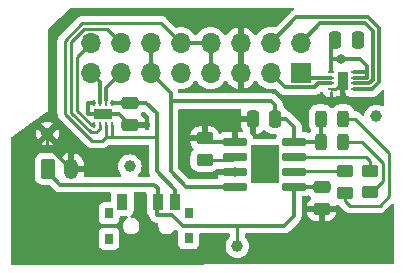
<source format=gbr>
%TF.GenerationSoftware,KiCad,Pcbnew,7.0.10-7.0.10~ubuntu22.04.1*%
%TF.CreationDate,2024-03-25T00:06:17+02:00*%
%TF.ProjectId,Power_Sub,506f7765-725f-4537-9562-2e6b69636164,rev?*%
%TF.SameCoordinates,Original*%
%TF.FileFunction,Copper,L1,Top*%
%TF.FilePolarity,Positive*%
%FSLAX46Y46*%
G04 Gerber Fmt 4.6, Leading zero omitted, Abs format (unit mm)*
G04 Created by KiCad (PCBNEW 7.0.10-7.0.10~ubuntu22.04.1) date 2024-03-25 00:06:17*
%MOMM*%
%LPD*%
G01*
G04 APERTURE LIST*
G04 Aperture macros list*
%AMRoundRect*
0 Rectangle with rounded corners*
0 $1 Rounding radius*
0 $2 $3 $4 $5 $6 $7 $8 $9 X,Y pos of 4 corners*
0 Add a 4 corners polygon primitive as box body*
4,1,4,$2,$3,$4,$5,$6,$7,$8,$9,$2,$3,0*
0 Add four circle primitives for the rounded corners*
1,1,$1+$1,$2,$3*
1,1,$1+$1,$4,$5*
1,1,$1+$1,$6,$7*
1,1,$1+$1,$8,$9*
0 Add four rect primitives between the rounded corners*
20,1,$1+$1,$2,$3,$4,$5,0*
20,1,$1+$1,$4,$5,$6,$7,0*
20,1,$1+$1,$6,$7,$8,$9,0*
20,1,$1+$1,$8,$9,$2,$3,0*%
G04 Aperture macros list end*
%TA.AperFunction,SMDPad,CuDef*%
%ADD10RoundRect,0.243750X0.243750X0.456250X-0.243750X0.456250X-0.243750X-0.456250X0.243750X-0.456250X0*%
%TD*%
%TA.AperFunction,SMDPad,CuDef*%
%ADD11RoundRect,0.062500X-0.062500X0.187500X-0.062500X-0.187500X0.062500X-0.187500X0.062500X0.187500X0*%
%TD*%
%TA.AperFunction,SMDPad,CuDef*%
%ADD12R,1.600000X0.900000*%
%TD*%
%TA.AperFunction,SMDPad,CuDef*%
%ADD13RoundRect,0.062500X-0.187500X-0.062500X0.187500X-0.062500X0.187500X0.062500X-0.187500X0.062500X0*%
%TD*%
%TA.AperFunction,SMDPad,CuDef*%
%ADD14R,0.900000X1.600000*%
%TD*%
%TA.AperFunction,SMDPad,CuDef*%
%ADD15RoundRect,0.250000X-0.475000X0.250000X-0.475000X-0.250000X0.475000X-0.250000X0.475000X0.250000X0*%
%TD*%
%TA.AperFunction,ComponentPad*%
%ADD16RoundRect,0.250000X-0.350000X-0.625000X0.350000X-0.625000X0.350000X0.625000X-0.350000X0.625000X0*%
%TD*%
%TA.AperFunction,ComponentPad*%
%ADD17O,1.200000X1.750000*%
%TD*%
%TA.AperFunction,SMDPad,CuDef*%
%ADD18R,0.900000X1.400000*%
%TD*%
%TA.AperFunction,SMDPad,CuDef*%
%ADD19R,0.750000X0.850000*%
%TD*%
%TA.AperFunction,SMDPad,CuDef*%
%ADD20RoundRect,0.042000X-0.943000X-0.258000X0.943000X-0.258000X0.943000X0.258000X-0.943000X0.258000X0*%
%TD*%
%TA.AperFunction,SMDPad,CuDef*%
%ADD21R,2.413000X3.302000*%
%TD*%
%TA.AperFunction,SMDPad,CuDef*%
%ADD22C,1.000000*%
%TD*%
%TA.AperFunction,SMDPad,CuDef*%
%ADD23RoundRect,0.250000X-0.250000X-0.475000X0.250000X-0.475000X0.250000X0.475000X-0.250000X0.475000X0*%
%TD*%
%TA.AperFunction,SMDPad,CuDef*%
%ADD24RoundRect,0.250000X0.450000X-0.262500X0.450000X0.262500X-0.450000X0.262500X-0.450000X-0.262500X0*%
%TD*%
%TA.AperFunction,SMDPad,CuDef*%
%ADD25RoundRect,0.250000X0.250000X0.475000X-0.250000X0.475000X-0.250000X-0.475000X0.250000X-0.475000X0*%
%TD*%
%TA.AperFunction,ComponentPad*%
%ADD26R,1.700000X1.700000*%
%TD*%
%TA.AperFunction,ComponentPad*%
%ADD27O,1.700000X1.700000*%
%TD*%
%TA.AperFunction,ViaPad*%
%ADD28C,0.800000*%
%TD*%
%TA.AperFunction,ViaPad*%
%ADD29C,0.600000*%
%TD*%
%TA.AperFunction,Conductor*%
%ADD30C,0.250000*%
%TD*%
%TA.AperFunction,Conductor*%
%ADD31C,0.350000*%
%TD*%
%TA.AperFunction,Conductor*%
%ADD32C,0.300000*%
%TD*%
G04 APERTURE END LIST*
D10*
%TO.P,D2,1,K*%
%TO.N,Net-(D2-K)*%
X96289100Y-45770800D03*
%TO.P,D2,2,A*%
%TO.N,+5V*%
X94414100Y-45770800D03*
%TD*%
D11*
%TO.P,U2,1,VM*%
%TO.N,VDC*%
X76700000Y-44450000D03*
%TO.P,U2,2,OUT1*%
%TO.N,/Motor1_A*%
X76200000Y-44450000D03*
%TO.P,U2,3,OUT2*%
%TO.N,/Motor1_B*%
X75700000Y-44450000D03*
%TO.P,U2,4,GND*%
%TO.N,GND*%
X75200000Y-44450000D03*
%TO.P,U2,5,IN2*%
%TO.N,/PWM4*%
X75200000Y-46350000D03*
%TO.P,U2,6,IN1*%
%TO.N,/PWM3*%
X75700000Y-46350000D03*
%TO.P,U2,7,~{SLEEP}*%
%TO.N,VDC*%
X76200000Y-46350000D03*
%TO.P,U2,8,VCC*%
X76700000Y-46350000D03*
D12*
%TO.P,U2,9,GND*%
%TO.N,GND*%
X75950000Y-45400000D03*
%TD*%
D13*
%TO.P,U1,1,VM*%
%TO.N,VDC*%
X95311000Y-41801400D03*
%TO.P,U1,2,OUT1*%
%TO.N,/Motor2_A*%
X95311000Y-42301400D03*
%TO.P,U1,3,OUT2*%
%TO.N,/Motor2_B*%
X95311000Y-42801400D03*
%TO.P,U1,4,GND*%
%TO.N,GND*%
X95311000Y-43301400D03*
%TO.P,U1,5,IN2*%
%TO.N,/PWM2*%
X97211000Y-43301400D03*
%TO.P,U1,6,IN1*%
%TO.N,/PWM1*%
X97211000Y-42801400D03*
%TO.P,U1,7,~{SLEEP}*%
%TO.N,VDC*%
X97211000Y-42301400D03*
%TO.P,U1,8,VCC*%
X97211000Y-41801400D03*
D14*
%TO.P,U1,9,GND*%
%TO.N,GND*%
X96261000Y-42551400D03*
%TD*%
D15*
%TO.P,C1,1*%
%TO.N,VDC*%
X78282800Y-44414400D03*
%TO.P,C1,2*%
%TO.N,GND*%
X78282800Y-46314400D03*
%TD*%
D16*
%TO.P,J2,1,Pin_1*%
%TO.N,/BATT*%
X71288400Y-50026400D03*
D17*
%TO.P,J2,2,Pin_2*%
%TO.N,GND*%
X73288400Y-50026400D03*
%TD*%
D18*
%TO.P,SW1,1,A*%
%TO.N,unconnected-(SW1A-A-Pad1)*%
X77607600Y-52824150D03*
%TO.P,SW1,2,B*%
%TO.N,/BATT*%
X80607600Y-52824150D03*
%TO.P,SW1,3,C*%
%TO.N,VDC*%
X82107600Y-52824150D03*
D19*
%TO.P,SW1,4*%
%TO.N,N/C*%
X76482600Y-53791150D03*
%TO.P,SW1,5*%
X76482600Y-55941150D03*
%TO.P,SW1,6*%
X83232600Y-53791150D03*
%TO.P,SW1,7*%
X83232600Y-55916150D03*
%TD*%
D20*
%TO.P,U3,1,TEMP*%
%TO.N,GND*%
X87184800Y-47726600D03*
%TO.P,U3,2,PROG*%
%TO.N,Net-(U3-PROG)*%
X87184800Y-48996600D03*
%TO.P,U3,3,GND*%
%TO.N,GND*%
X87184800Y-50266600D03*
%TO.P,U3,4,VCC*%
%TO.N,+5V*%
X87184800Y-51536600D03*
%TO.P,U3,5,BAT*%
%TO.N,/BATT*%
X92134800Y-51536600D03*
%TO.P,U3,6,~{STDBY}*%
%TO.N,Net-(U3-~{STDBY})*%
X92134800Y-50266600D03*
%TO.P,U3,7,~{CHRG}*%
%TO.N,Net-(U3-~{CHRG})*%
X92134800Y-48996600D03*
%TO.P,U3,8,CE*%
%TO.N,+5V*%
X92134800Y-47726600D03*
D21*
%TO.P,U3,9,EP*%
%TO.N,unconnected-(U3-EP-Pad9)*%
X89659800Y-49631600D03*
%TD*%
D22*
%TO.P,Motor1A,1,1*%
%TO.N,/Motor1_A*%
X78232000Y-49809400D03*
%TD*%
D23*
%TO.P,C2,1*%
%TO.N,VDC*%
X95631000Y-39141400D03*
%TO.P,C2,2*%
%TO.N,GND*%
X97531000Y-39141400D03*
%TD*%
D24*
%TO.P,R1,1*%
%TO.N,Net-(U3-PROG)*%
X84579800Y-49274100D03*
%TO.P,R1,2*%
%TO.N,GND*%
X84579800Y-47449100D03*
%TD*%
D25*
%TO.P,C4,1*%
%TO.N,+5V*%
X90561200Y-45821600D03*
%TO.P,C4,2*%
%TO.N,GND*%
X88661200Y-45821600D03*
%TD*%
D15*
%TO.P,C3,1*%
%TO.N,/BATT*%
X94488000Y-51526400D03*
%TO.P,C3,2*%
%TO.N,GND*%
X94488000Y-53426400D03*
%TD*%
D22*
%TO.P,Ground,1,1*%
%TO.N,GND*%
X71272400Y-47040800D03*
%TD*%
D24*
%TO.P,R3,1*%
%TO.N,Net-(D2-K)*%
X96469200Y-52068100D03*
%TO.P,R3,2*%
%TO.N,Net-(U3-~{STDBY})*%
X96469200Y-50243100D03*
%TD*%
D10*
%TO.P,D1,1,K*%
%TO.N,Net-(D1-K)*%
X96289100Y-47752000D03*
%TO.P,D1,2,A*%
%TO.N,+5V*%
X94414100Y-47752000D03*
%TD*%
D22*
%TO.P,VBat1,1,1*%
%TO.N,/BATT*%
X87350600Y-56565800D03*
%TD*%
D24*
%TO.P,R2,1*%
%TO.N,Net-(D1-K)*%
X98552000Y-52017300D03*
%TO.P,R2,2*%
%TO.N,Net-(U3-~{CHRG})*%
X98552000Y-50192300D03*
%TD*%
D22*
%TO.P,Motor2A,1,1*%
%TO.N,/Motor2_A*%
X99085400Y-45593000D03*
%TD*%
D26*
%TO.P,J1,1,Pin_1*%
%TO.N,/Motor2_A*%
X92710000Y-41910000D03*
D27*
%TO.P,J1,2,Pin_2*%
%TO.N,/PWM1*%
X92710000Y-39370000D03*
%TO.P,J1,3,Pin_3*%
%TO.N,/Motor2_B*%
X90170000Y-41910000D03*
%TO.P,J1,4,Pin_4*%
%TO.N,/PWM2*%
X90170000Y-39370000D03*
%TO.P,J1,5,Pin_5*%
%TO.N,GND*%
X87630000Y-41910000D03*
%TO.P,J1,6,Pin_6*%
X87630000Y-39370000D03*
%TO.P,J1,7,Pin_7*%
%TO.N,VDC*%
X85090000Y-41910000D03*
%TO.P,J1,8,Pin_8*%
X85090000Y-39370000D03*
%TO.P,J1,9,Pin_9*%
%TO.N,unconnected-(J1-Pin_9-Pad9)*%
X82550000Y-41910000D03*
%TO.P,J1,10,Pin_10*%
%TO.N,VDC*%
X82550000Y-39370000D03*
%TO.P,J1,11,Pin_11*%
%TO.N,+5V*%
X80010000Y-41910000D03*
%TO.P,J1,12,Pin_12*%
X80010000Y-39370000D03*
%TO.P,J1,13,Pin_13*%
%TO.N,/Motor1_A*%
X77470000Y-41910000D03*
%TO.P,J1,14,Pin_14*%
%TO.N,/PWM3*%
X77470000Y-39370000D03*
%TO.P,J1,15,Pin_15*%
%TO.N,/Motor1_B*%
X74930000Y-41910000D03*
%TO.P,J1,16,Pin_16*%
%TO.N,/PWM4*%
X74930000Y-39370000D03*
%TD*%
D28*
%TO.N,VDC*%
X96088200Y-40690800D03*
D29*
%TO.N,GND*%
X97434400Y-39039800D03*
D28*
X87147400Y-50266600D03*
D29*
X96266000Y-42545000D03*
X84582000Y-45593000D03*
X75971400Y-45364400D03*
X82829400Y-45618400D03*
X86334600Y-45669200D03*
X79730600Y-46355000D03*
D28*
%TO.N,/Motor2_A*%
X99110800Y-45593000D03*
%TO.N,/Motor1_A*%
X78232000Y-49834800D03*
%TD*%
D30*
%TO.N,VDC*%
X76200000Y-47345600D02*
X75895200Y-47650400D01*
D31*
X78282800Y-44414400D02*
X79618800Y-44414400D01*
D32*
X97211000Y-41801400D02*
X98303400Y-41801400D01*
D30*
X76200000Y-47345600D02*
X76200000Y-46350000D01*
D32*
X95336400Y-40690800D02*
X95311000Y-40716200D01*
X96088200Y-40690800D02*
X95336400Y-40690800D01*
D30*
X75895200Y-47650400D02*
X75027608Y-47650400D01*
X72745600Y-45368392D02*
X72745600Y-39190804D01*
D31*
X80543400Y-45339000D02*
X80543400Y-47142400D01*
X80543400Y-47142400D02*
X80543400Y-50215800D01*
D30*
X76700000Y-46350000D02*
X76700000Y-47337600D01*
D32*
X95311000Y-39461400D02*
X95311000Y-40868600D01*
X85090000Y-39370000D02*
X85090000Y-41910000D01*
D30*
X76700000Y-47337600D02*
X76708000Y-47345600D01*
D32*
X95311000Y-40868600D02*
X95311000Y-41776400D01*
D30*
X76708000Y-47345600D02*
X76200000Y-47345600D01*
X74217404Y-37719000D02*
X80899000Y-37719000D01*
D31*
X95631000Y-39141400D02*
X95311000Y-39461400D01*
X82107600Y-51780000D02*
X82107600Y-52824150D01*
X80543400Y-50215800D02*
X82107600Y-51780000D01*
D30*
X75027608Y-47650400D02*
X72745600Y-45368392D01*
D31*
X79618800Y-44414400D02*
X80543400Y-45339000D01*
D32*
X98303400Y-41280400D02*
X97713800Y-40690800D01*
X95311000Y-40716200D02*
X95311000Y-40868600D01*
D31*
X78247200Y-44450000D02*
X78282800Y-44414400D01*
D30*
X80340200Y-47345600D02*
X76708000Y-47345600D01*
D32*
X82550000Y-39370000D02*
X85090000Y-39370000D01*
D30*
X72745600Y-39190804D02*
X74217404Y-37719000D01*
D32*
X98303400Y-41801400D02*
X98303400Y-41280400D01*
D30*
X80899000Y-37719000D02*
X82550000Y-39370000D01*
D32*
X97713800Y-40690800D02*
X96088200Y-40690800D01*
D31*
X76700000Y-44450000D02*
X78247200Y-44450000D01*
D32*
X98303400Y-42037000D02*
X98303400Y-42301400D01*
X97211000Y-42301400D02*
X98303400Y-42301400D01*
X98303400Y-41801400D02*
X98303400Y-42301400D01*
%TO.N,GND*%
X74721752Y-45400000D02*
X74701400Y-45379648D01*
D31*
X87184800Y-46317600D02*
X87680800Y-45821600D01*
D32*
X75971400Y-45364400D02*
X77368400Y-45400000D01*
X78323400Y-46355000D02*
X78282800Y-46314400D01*
X74701400Y-44450000D02*
X75175000Y-44450000D01*
D31*
X84857300Y-47726600D02*
X84579800Y-47449100D01*
X87680800Y-45821600D02*
X88661200Y-45821600D01*
D32*
X75950000Y-45400000D02*
X74721752Y-45400000D01*
D30*
X95610740Y-43301400D02*
X96261000Y-42651140D01*
D32*
X74701400Y-45379648D02*
X74701400Y-44450000D01*
X79730600Y-46355000D02*
X78323400Y-46355000D01*
D30*
X71272400Y-47040800D02*
X71272400Y-48010400D01*
X71272400Y-48010400D02*
X73288400Y-50026400D01*
D31*
X87184800Y-47726600D02*
X84857300Y-47726600D01*
D32*
X77368400Y-45400000D02*
X78282800Y-46314400D01*
D30*
X95311000Y-43301400D02*
X95610740Y-43301400D01*
D31*
X87184800Y-47726600D02*
X87184800Y-46317600D01*
D32*
X75950000Y-45400000D02*
X75971400Y-45364400D01*
D30*
X96261000Y-42651140D02*
X96261000Y-42551400D01*
D32*
%TO.N,/BATT*%
X94477800Y-51536600D02*
X94488000Y-51526400D01*
D30*
X87350600Y-54889400D02*
X87299800Y-54838600D01*
D32*
X71288400Y-50333400D02*
X71288400Y-50026400D01*
X80607600Y-52824150D02*
X80607600Y-51677000D01*
X80289400Y-51358800D02*
X72313800Y-51358800D01*
X81819589Y-53928139D02*
X82730050Y-54838600D01*
X92134800Y-51536600D02*
X94477800Y-51536600D01*
X87299800Y-54838600D02*
X91313000Y-54838600D01*
X80547339Y-53928139D02*
X81819589Y-53928139D01*
X91313000Y-54838600D02*
X92134800Y-54016800D01*
X92134800Y-54016800D02*
X92134800Y-51536600D01*
X82730050Y-54838600D02*
X87299800Y-54838600D01*
D30*
X87350600Y-56565800D02*
X87350600Y-54889400D01*
D32*
X80607600Y-52824150D02*
X80547339Y-52884411D01*
X80547339Y-52884411D02*
X80547339Y-53928139D01*
X72313800Y-51358800D02*
X71288400Y-50333400D01*
X80607600Y-51677000D02*
X80289400Y-51358800D01*
D31*
%TO.N,+5V*%
X94414100Y-47752000D02*
X94414100Y-45770800D01*
D32*
X80010000Y-39370000D02*
X80010000Y-41910000D01*
D31*
X90561200Y-45821600D02*
X91440000Y-45821600D01*
X91440000Y-45821600D02*
X92134800Y-46516400D01*
D32*
X90561200Y-44638000D02*
X90220800Y-44297600D01*
X81711800Y-43611800D02*
X81711800Y-50241200D01*
X83007200Y-51536600D02*
X87184800Y-51536600D01*
D31*
X92134800Y-47726600D02*
X94388700Y-47726600D01*
X92134800Y-46516400D02*
X92134800Y-47726600D01*
D32*
X90561200Y-45821600D02*
X90561200Y-44638000D01*
X80010000Y-41910000D02*
X81711800Y-43611800D01*
X90220800Y-44297600D02*
X81711800Y-44297600D01*
D31*
X94388700Y-47726600D02*
X94414100Y-47752000D01*
D32*
X81711800Y-50241200D02*
X83007200Y-51536600D01*
D30*
%TO.N,Net-(D1-K)*%
X99669600Y-49530000D02*
X97891600Y-47752000D01*
X98706300Y-52017300D02*
X99669600Y-51054000D01*
X97891600Y-47752000D02*
X96289100Y-47752000D01*
X98552000Y-52017300D02*
X98706300Y-52017300D01*
X99669600Y-51054000D02*
X99669600Y-49530000D01*
%TO.N,Net-(D2-K)*%
X96469200Y-52730400D02*
X96875600Y-53136800D01*
X100228400Y-48717200D02*
X97282000Y-45770800D01*
X96469200Y-52068100D02*
X96469200Y-52730400D01*
X96875600Y-53136800D02*
X99390200Y-53136800D01*
X99390200Y-53136800D02*
X100228400Y-52298600D01*
X97282000Y-45770800D02*
X96289100Y-45770800D01*
X100228400Y-52298600D02*
X100228400Y-48717200D01*
D32*
%TO.N,/Motor2_A*%
X95311000Y-42301400D02*
X93101400Y-42301400D01*
X93101400Y-42301400D02*
X92710000Y-41910000D01*
X93330000Y-42530000D02*
X92710000Y-41910000D01*
%TO.N,/PWM1*%
X98171000Y-37693600D02*
X94386400Y-37693600D01*
X98803400Y-42508507D02*
X98803400Y-38326000D01*
X97211000Y-42801400D02*
X98510507Y-42801400D01*
X94386400Y-37693600D02*
X92710000Y-39370000D01*
X98803400Y-38326000D02*
X98171000Y-37693600D01*
X98510507Y-42801400D02*
X98803400Y-42508507D01*
%TO.N,/Motor2_B*%
X91370000Y-43110000D02*
X90170000Y-41910000D01*
X93910000Y-43110000D02*
X91370000Y-43110000D01*
X95311000Y-42801400D02*
X94218600Y-42801400D01*
X94218600Y-42801400D02*
X93910000Y-43110000D01*
%TO.N,/PWM2*%
X99303400Y-38118894D02*
X98378107Y-37193600D01*
X98378107Y-37193600D02*
X92346400Y-37193600D01*
X97211000Y-43301400D02*
X98717613Y-43301400D01*
X98717613Y-43301400D02*
X99303400Y-42715614D01*
X99303400Y-42715614D02*
X99303400Y-38118894D01*
X92346400Y-37193600D02*
X90170000Y-39370000D01*
%TO.N,/Motor1_A*%
X76225000Y-43155000D02*
X76225000Y-44182538D01*
X77470000Y-41910000D02*
X77304904Y-41910000D01*
X77470000Y-41910000D02*
X76225000Y-43155000D01*
D30*
%TO.N,/PWM3*%
X75410540Y-46939200D02*
X74952804Y-46939200D01*
X75700000Y-46649740D02*
X75410540Y-46939200D01*
X73304400Y-39268400D02*
X74377800Y-38195000D01*
X74952804Y-46939200D02*
X73304400Y-45290796D01*
X73304400Y-45290796D02*
X73304400Y-39268400D01*
X74377800Y-38195000D02*
X76295000Y-38195000D01*
X76295000Y-38195000D02*
X77470000Y-39370000D01*
X75700000Y-46350000D02*
X75700000Y-46649740D01*
D31*
%TO.N,/Motor1_B*%
X74930000Y-41910000D02*
X75700000Y-42680000D01*
X75700000Y-42680000D02*
X75700000Y-44450000D01*
D30*
%TO.N,/PWM4*%
X75200000Y-46350000D02*
X75000000Y-46350000D01*
X75000000Y-46350000D02*
X73755000Y-45105000D01*
X73755000Y-40545000D02*
X74930000Y-39370000D01*
X73755000Y-45105000D02*
X73755000Y-40545000D01*
%TO.N,Net-(U3-PROG)*%
X86907300Y-49274100D02*
X87184800Y-48996600D01*
X84579800Y-49274100D02*
X86907300Y-49274100D01*
%TO.N,Net-(U3-~{CHRG})*%
X98552000Y-49326800D02*
X98552000Y-50192300D01*
X98221800Y-48996600D02*
X98552000Y-49326800D01*
X92134800Y-48996600D02*
X98221800Y-48996600D01*
D31*
%TO.N,Net-(U3-~{STDBY})*%
X92158300Y-50243100D02*
X92134800Y-50266600D01*
D30*
X96469200Y-50243100D02*
X92158300Y-50243100D01*
%TD*%
%TA.AperFunction,Conductor*%
%TO.N,GND*%
G36*
X92076094Y-36388985D02*
G01*
X92121849Y-36441789D01*
X92131793Y-36510947D01*
X92102768Y-36574503D01*
X92072167Y-36600036D01*
X92069301Y-36601731D01*
X92067723Y-36602665D01*
X92050263Y-36611218D01*
X92030528Y-36619032D01*
X92030526Y-36619033D01*
X91993601Y-36645860D01*
X91983842Y-36652271D01*
X91944532Y-36675520D01*
X91929526Y-36690526D01*
X91914736Y-36703158D01*
X91897567Y-36715632D01*
X91897565Y-36715634D01*
X91868456Y-36750819D01*
X91860596Y-36759456D01*
X90597762Y-38022290D01*
X90536439Y-38055775D01*
X90477989Y-38054384D01*
X90405416Y-38034939D01*
X90405412Y-38034938D01*
X90405408Y-38034937D01*
X90405406Y-38034936D01*
X90405403Y-38034936D01*
X90170001Y-38014341D01*
X90169999Y-38014341D01*
X89934596Y-38034936D01*
X89934586Y-38034938D01*
X89706344Y-38096094D01*
X89706335Y-38096098D01*
X89492171Y-38195964D01*
X89492169Y-38195965D01*
X89298597Y-38331505D01*
X89131508Y-38498594D01*
X89001269Y-38684595D01*
X88946692Y-38728219D01*
X88877193Y-38735412D01*
X88814839Y-38703890D01*
X88798119Y-38684594D01*
X88668113Y-38498926D01*
X88668108Y-38498920D01*
X88501082Y-38331894D01*
X88307578Y-38196399D01*
X88093492Y-38096570D01*
X88093486Y-38096567D01*
X87880000Y-38039364D01*
X87880000Y-38934498D01*
X87772315Y-38885320D01*
X87665763Y-38870000D01*
X87594237Y-38870000D01*
X87487685Y-38885320D01*
X87380000Y-38934498D01*
X87380000Y-38039364D01*
X87379999Y-38039364D01*
X87166513Y-38096567D01*
X87166507Y-38096570D01*
X86952422Y-38196399D01*
X86952420Y-38196400D01*
X86758926Y-38331886D01*
X86758920Y-38331891D01*
X86591891Y-38498920D01*
X86591890Y-38498922D01*
X86461880Y-38684595D01*
X86407303Y-38728219D01*
X86337804Y-38735412D01*
X86275450Y-38703890D01*
X86258730Y-38684594D01*
X86128494Y-38498597D01*
X85961402Y-38331506D01*
X85961395Y-38331501D01*
X85767834Y-38195967D01*
X85767830Y-38195965D01*
X85706952Y-38167577D01*
X85553663Y-38096097D01*
X85553659Y-38096096D01*
X85553655Y-38096094D01*
X85325413Y-38034938D01*
X85325403Y-38034936D01*
X85090001Y-38014341D01*
X85089999Y-38014341D01*
X84854596Y-38034936D01*
X84854586Y-38034938D01*
X84626344Y-38096094D01*
X84626335Y-38096098D01*
X84412171Y-38195964D01*
X84412169Y-38195965D01*
X84218597Y-38331505D01*
X84051506Y-38498596D01*
X83933854Y-38666623D01*
X83879277Y-38710248D01*
X83832279Y-38719500D01*
X83807721Y-38719500D01*
X83740682Y-38699815D01*
X83706146Y-38666623D01*
X83588494Y-38498597D01*
X83421402Y-38331506D01*
X83421395Y-38331501D01*
X83227834Y-38195967D01*
X83227830Y-38195965D01*
X83166952Y-38167577D01*
X83013663Y-38096097D01*
X83013659Y-38096096D01*
X83013655Y-38096094D01*
X82785413Y-38034938D01*
X82785403Y-38034936D01*
X82550001Y-38014341D01*
X82549999Y-38014341D01*
X82314596Y-38034936D01*
X82314586Y-38034938D01*
X82214126Y-38061856D01*
X82144276Y-38060193D01*
X82094352Y-38029762D01*
X81399803Y-37335212D01*
X81389980Y-37322950D01*
X81389759Y-37323134D01*
X81384786Y-37317122D01*
X81335776Y-37271099D01*
X81332977Y-37268386D01*
X81313477Y-37248885D01*
X81313471Y-37248880D01*
X81310286Y-37246409D01*
X81301434Y-37238848D01*
X81269582Y-37208938D01*
X81269580Y-37208936D01*
X81269577Y-37208935D01*
X81252029Y-37199288D01*
X81235763Y-37188604D01*
X81219932Y-37176324D01*
X81179849Y-37158978D01*
X81169363Y-37153841D01*
X81131094Y-37132803D01*
X81131092Y-37132802D01*
X81111693Y-37127822D01*
X81093281Y-37121518D01*
X81074898Y-37113562D01*
X81074892Y-37113560D01*
X81031760Y-37106729D01*
X81020322Y-37104361D01*
X80978020Y-37093500D01*
X80978019Y-37093500D01*
X80957984Y-37093500D01*
X80938586Y-37091973D01*
X80931162Y-37090797D01*
X80918805Y-37088840D01*
X80918804Y-37088840D01*
X80875325Y-37092950D01*
X80863656Y-37093500D01*
X74300141Y-37093500D01*
X74284524Y-37091776D01*
X74284497Y-37092062D01*
X74276735Y-37091327D01*
X74209548Y-37093439D01*
X74205654Y-37093500D01*
X74178054Y-37093500D01*
X74174366Y-37093965D01*
X74174053Y-37094005D01*
X74162435Y-37094918D01*
X74118777Y-37096290D01*
X74118776Y-37096290D01*
X74099533Y-37101881D01*
X74080483Y-37105825D01*
X74060615Y-37108334D01*
X74060614Y-37108335D01*
X74020004Y-37124413D01*
X74008957Y-37128195D01*
X73967014Y-37140381D01*
X73967013Y-37140382D01*
X73949771Y-37150579D01*
X73932303Y-37159137D01*
X73913673Y-37166513D01*
X73913670Y-37166515D01*
X73878343Y-37192181D01*
X73868584Y-37198592D01*
X73830983Y-37220830D01*
X73816812Y-37235000D01*
X73802027Y-37247628D01*
X73785816Y-37259407D01*
X73757975Y-37293059D01*
X73750115Y-37301696D01*
X72361808Y-38690003D01*
X72349551Y-38699824D01*
X72349734Y-38700045D01*
X72343722Y-38705018D01*
X72297698Y-38754027D01*
X72294991Y-38756820D01*
X72275489Y-38776321D01*
X72275475Y-38776338D01*
X72273007Y-38779519D01*
X72265443Y-38788374D01*
X72235537Y-38820222D01*
X72235536Y-38820224D01*
X72225884Y-38837780D01*
X72215210Y-38854030D01*
X72202929Y-38869865D01*
X72202924Y-38869872D01*
X72185575Y-38909962D01*
X72180438Y-38920448D01*
X72159403Y-38958710D01*
X72154422Y-38978111D01*
X72148121Y-38996514D01*
X72140162Y-39014906D01*
X72140161Y-39014909D01*
X72133328Y-39058047D01*
X72130960Y-39069478D01*
X72120101Y-39111775D01*
X72120100Y-39111786D01*
X72120100Y-39131820D01*
X72118573Y-39151219D01*
X72115440Y-39170998D01*
X72115440Y-39170999D01*
X72119550Y-39214478D01*
X72120100Y-39226147D01*
X72120100Y-45285647D01*
X72118375Y-45301264D01*
X72118661Y-45301291D01*
X72117926Y-45309057D01*
X72120039Y-45376264D01*
X72120100Y-45380159D01*
X72120100Y-45407749D01*
X72120603Y-45411727D01*
X72121518Y-45423359D01*
X72122890Y-45467016D01*
X72122891Y-45467019D01*
X72128480Y-45486259D01*
X72132424Y-45505303D01*
X72134321Y-45520318D01*
X72134936Y-45525184D01*
X72151014Y-45565795D01*
X72154797Y-45576844D01*
X72166981Y-45618780D01*
X72177180Y-45636026D01*
X72185738Y-45653495D01*
X72193114Y-45672124D01*
X72218781Y-45707452D01*
X72225193Y-45717213D01*
X72247428Y-45754809D01*
X72247433Y-45754816D01*
X72261590Y-45768972D01*
X72274227Y-45783767D01*
X72286006Y-45799979D01*
X72308852Y-45818879D01*
X72319657Y-45827817D01*
X72328298Y-45835680D01*
X74526802Y-48034184D01*
X74536627Y-48046448D01*
X74536848Y-48046266D01*
X74541818Y-48052274D01*
X74590847Y-48098315D01*
X74593644Y-48101026D01*
X74613138Y-48120520D01*
X74616303Y-48122975D01*
X74625179Y-48130556D01*
X74657026Y-48160462D01*
X74657030Y-48160464D01*
X74674581Y-48170113D01*
X74690839Y-48180792D01*
X74706672Y-48193074D01*
X74737861Y-48206570D01*
X74746763Y-48210422D01*
X74757243Y-48215555D01*
X74795516Y-48236597D01*
X74814920Y-48241579D01*
X74833318Y-48247878D01*
X74851713Y-48255838D01*
X74894862Y-48262671D01*
X74906288Y-48265038D01*
X74948589Y-48275900D01*
X74968624Y-48275900D01*
X74988021Y-48277426D01*
X75007804Y-48280560D01*
X75051283Y-48276450D01*
X75062952Y-48275900D01*
X75812457Y-48275900D01*
X75828077Y-48277624D01*
X75828104Y-48277339D01*
X75835860Y-48278071D01*
X75835867Y-48278073D01*
X75903073Y-48275961D01*
X75906968Y-48275900D01*
X75934546Y-48275900D01*
X75934550Y-48275900D01*
X75938524Y-48275397D01*
X75950163Y-48274480D01*
X75993827Y-48273109D01*
X76013069Y-48267517D01*
X76032112Y-48263574D01*
X76051992Y-48261064D01*
X76092601Y-48244985D01*
X76103644Y-48241203D01*
X76145590Y-48229018D01*
X76162829Y-48218822D01*
X76180303Y-48210262D01*
X76198927Y-48202888D01*
X76198927Y-48202887D01*
X76198932Y-48202886D01*
X76234283Y-48177200D01*
X76244014Y-48170808D01*
X76281620Y-48148570D01*
X76295789Y-48134399D01*
X76310579Y-48121768D01*
X76326787Y-48109994D01*
X76354632Y-48076332D01*
X76362474Y-48067714D01*
X76422773Y-48007417D01*
X76484097Y-47973933D01*
X76510453Y-47971100D01*
X76628981Y-47971100D01*
X76649016Y-47971100D01*
X76668413Y-47972626D01*
X76688196Y-47975760D01*
X76731675Y-47971650D01*
X76743344Y-47971100D01*
X79743900Y-47971100D01*
X79810939Y-47990785D01*
X79856694Y-48043589D01*
X79867900Y-48095100D01*
X79867900Y-50191649D01*
X79867674Y-50199136D01*
X79864181Y-50256882D01*
X79864181Y-50256885D01*
X79874607Y-50313787D01*
X79875734Y-50321187D01*
X79882712Y-50378645D01*
X79886037Y-50387414D01*
X79892061Y-50409023D01*
X79893750Y-50418240D01*
X79917495Y-50471000D01*
X79920360Y-50477917D01*
X79943541Y-50539037D01*
X79940761Y-50540091D01*
X79951798Y-50595186D01*
X79926304Y-50660239D01*
X79869687Y-50701181D01*
X79828277Y-50708300D01*
X79050758Y-50708300D01*
X78983719Y-50688615D01*
X78937964Y-50635811D01*
X78928020Y-50566653D01*
X78954905Y-50505635D01*
X79067909Y-50367939D01*
X79067913Y-50367932D01*
X79160811Y-50194133D01*
X79160811Y-50194132D01*
X79160814Y-50194127D01*
X79218024Y-50005532D01*
X79237341Y-49809400D01*
X79218024Y-49613268D01*
X79160814Y-49424673D01*
X79160811Y-49424669D01*
X79160811Y-49424666D01*
X79067913Y-49250867D01*
X79067909Y-49250860D01*
X78942883Y-49098516D01*
X78790539Y-48973490D01*
X78790532Y-48973486D01*
X78616733Y-48880588D01*
X78616727Y-48880586D01*
X78428132Y-48823376D01*
X78428129Y-48823375D01*
X78232000Y-48804059D01*
X78035870Y-48823375D01*
X77847266Y-48880588D01*
X77673467Y-48973486D01*
X77673460Y-48973490D01*
X77521116Y-49098516D01*
X77396090Y-49250860D01*
X77396086Y-49250867D01*
X77303188Y-49424666D01*
X77245975Y-49613270D01*
X77226659Y-49809400D01*
X77245975Y-50005529D01*
X77245976Y-50005532D01*
X77298633Y-50179119D01*
X77303188Y-50194133D01*
X77396086Y-50367932D01*
X77396090Y-50367939D01*
X77509095Y-50505635D01*
X77536408Y-50569945D01*
X77524617Y-50638813D01*
X77477465Y-50690373D01*
X77413242Y-50708300D01*
X74480402Y-50708300D01*
X74413363Y-50688615D01*
X74367608Y-50635811D01*
X74357664Y-50566653D01*
X74358643Y-50560833D01*
X74388400Y-50406437D01*
X74388400Y-50276400D01*
X73567960Y-50276400D01*
X73606678Y-50234341D01*
X73656951Y-50119730D01*
X73667286Y-49995005D01*
X73636563Y-49873681D01*
X73573006Y-49776400D01*
X74388400Y-49776400D01*
X74388400Y-49699001D01*
X74373434Y-49542277D01*
X74373433Y-49542273D01*
X74314250Y-49340713D01*
X74217986Y-49153985D01*
X74088131Y-48988862D01*
X74088128Y-48988859D01*
X73929369Y-48851294D01*
X73929358Y-48851285D01*
X73747439Y-48746255D01*
X73747432Y-48746252D01*
X73548916Y-48677544D01*
X73538400Y-48676032D01*
X73538400Y-49745782D01*
X73469348Y-49692037D01*
X73350976Y-49651400D01*
X73257327Y-49651400D01*
X73164954Y-49666814D01*
X73054886Y-49726381D01*
X73038400Y-49744289D01*
X73038400Y-48680140D01*
X73038399Y-48680140D01*
X72926994Y-48707168D01*
X72926982Y-48707172D01*
X72735897Y-48794437D01*
X72735896Y-48794438D01*
X72564780Y-48916289D01*
X72564774Y-48916295D01*
X72466920Y-49018922D01*
X72406411Y-49053857D01*
X72336620Y-49050532D01*
X72279706Y-49010004D01*
X72271638Y-48998448D01*
X72265725Y-48988862D01*
X72231112Y-48932744D01*
X72107056Y-48808688D01*
X71957734Y-48716586D01*
X71791197Y-48661401D01*
X71791195Y-48661400D01*
X71688410Y-48650900D01*
X70888398Y-48650900D01*
X70888380Y-48650901D01*
X70785603Y-48661400D01*
X70785600Y-48661401D01*
X70619068Y-48716585D01*
X70619063Y-48716587D01*
X70469742Y-48808689D01*
X70345689Y-48932742D01*
X70253587Y-49082063D01*
X70253585Y-49082068D01*
X70229754Y-49153985D01*
X70198401Y-49248603D01*
X70198401Y-49248604D01*
X70198400Y-49248604D01*
X70187900Y-49351383D01*
X70187900Y-50701401D01*
X70187901Y-50701418D01*
X70198400Y-50804196D01*
X70198401Y-50804199D01*
X70213506Y-50849781D01*
X70253586Y-50970734D01*
X70345688Y-51120056D01*
X70469744Y-51244112D01*
X70619066Y-51336214D01*
X70785603Y-51391399D01*
X70888391Y-51401900D01*
X71385591Y-51401899D01*
X71452630Y-51421583D01*
X71473272Y-51438218D01*
X71793364Y-51758310D01*
X71803435Y-51770880D01*
X71803622Y-51770726D01*
X71808595Y-51776737D01*
X71859632Y-51824664D01*
X71862429Y-51827375D01*
X71882768Y-51847714D01*
X71886251Y-51850416D01*
X71895127Y-51857997D01*
X71907646Y-51869753D01*
X71928407Y-51889248D01*
X71946998Y-51899468D01*
X71963263Y-51910152D01*
X71980034Y-51923161D01*
X71980037Y-51923163D01*
X72021944Y-51941297D01*
X72032418Y-51946428D01*
X72072432Y-51968427D01*
X72092993Y-51973705D01*
X72111397Y-51980007D01*
X72130874Y-51988436D01*
X72175978Y-51995579D01*
X72187397Y-51997944D01*
X72231623Y-52009300D01*
X72252845Y-52009300D01*
X72272242Y-52010826D01*
X72293205Y-52014147D01*
X72338663Y-52009849D01*
X72350331Y-52009300D01*
X76533100Y-52009300D01*
X76600139Y-52028985D01*
X76645894Y-52081789D01*
X76657100Y-52133300D01*
X76657100Y-52741650D01*
X76637415Y-52808689D01*
X76584611Y-52854444D01*
X76533100Y-52865650D01*
X76059729Y-52865650D01*
X76059723Y-52865651D01*
X76000116Y-52872058D01*
X75865271Y-52922352D01*
X75865264Y-52922356D01*
X75750055Y-53008602D01*
X75750052Y-53008605D01*
X75663806Y-53123814D01*
X75663802Y-53123821D01*
X75613508Y-53258667D01*
X75607101Y-53318266D01*
X75607101Y-53318273D01*
X75607100Y-53318285D01*
X75607100Y-54264020D01*
X75607101Y-54264026D01*
X75613508Y-54323633D01*
X75663802Y-54458478D01*
X75663806Y-54458485D01*
X75750052Y-54573694D01*
X75750055Y-54573697D01*
X75865264Y-54659943D01*
X75865271Y-54659947D01*
X76000117Y-54710241D01*
X76000116Y-54710241D01*
X76007044Y-54710985D01*
X76059727Y-54716650D01*
X76905472Y-54716649D01*
X76965083Y-54710241D01*
X77099931Y-54659946D01*
X77215146Y-54573696D01*
X77301396Y-54458481D01*
X77351691Y-54323633D01*
X77358100Y-54264023D01*
X77358100Y-54148649D01*
X77377785Y-54081610D01*
X77430589Y-54035855D01*
X77482100Y-54024649D01*
X77950509Y-54024649D01*
X78017548Y-54044334D01*
X78063303Y-54097138D01*
X78073247Y-54166296D01*
X78044222Y-54229852D01*
X78008135Y-54258445D01*
X77956750Y-54285413D01*
X77829416Y-54398222D01*
X77732782Y-54538218D01*
X77672460Y-54697275D01*
X77672459Y-54697280D01*
X77651955Y-54866150D01*
X77672459Y-55035019D01*
X77672460Y-55035024D01*
X77732782Y-55194081D01*
X77787819Y-55273814D01*
X77829417Y-55334079D01*
X77927505Y-55420977D01*
X77956750Y-55446886D01*
X78074689Y-55508785D01*
X78107375Y-55525940D01*
X78272544Y-55566650D01*
X78442656Y-55566650D01*
X78607825Y-55525940D01*
X78707414Y-55473671D01*
X78758449Y-55446886D01*
X78758450Y-55446884D01*
X78758452Y-55446884D01*
X78885783Y-55334079D01*
X78982418Y-55194080D01*
X79042740Y-55035022D01*
X79063245Y-54866150D01*
X79042740Y-54697278D01*
X79033021Y-54671652D01*
X78999216Y-54582514D01*
X78982418Y-54538220D01*
X78974787Y-54527165D01*
X78943432Y-54481739D01*
X78885783Y-54398221D01*
X78790916Y-54314176D01*
X78758449Y-54285413D01*
X78607826Y-54206360D01*
X78442656Y-54165650D01*
X78408389Y-54165650D01*
X78341350Y-54145965D01*
X78295595Y-54093161D01*
X78285651Y-54024003D01*
X78314676Y-53960447D01*
X78334075Y-53942385D01*
X78415146Y-53881696D01*
X78501396Y-53766481D01*
X78551691Y-53631633D01*
X78558100Y-53572023D01*
X78558099Y-52133299D01*
X78577784Y-52066261D01*
X78630587Y-52020506D01*
X78682099Y-52009300D01*
X79533100Y-52009300D01*
X79600139Y-52028985D01*
X79645894Y-52081789D01*
X79657100Y-52133300D01*
X79657100Y-53572020D01*
X79657101Y-53572026D01*
X79663508Y-53631633D01*
X79713802Y-53766478D01*
X79713806Y-53766485D01*
X79800052Y-53881694D01*
X79800053Y-53881694D01*
X79800054Y-53881696D01*
X79836240Y-53908785D01*
X79851359Y-53920103D01*
X79893229Y-53976037D01*
X79900802Y-54011580D01*
X79903283Y-54050998D01*
X79906053Y-54059523D01*
X79911144Y-54082298D01*
X79912267Y-54091192D01*
X79912269Y-54091199D01*
X79933560Y-54144978D01*
X79936196Y-54152301D01*
X79954070Y-54207308D01*
X79954072Y-54207313D01*
X79958873Y-54214877D01*
X79969468Y-54235669D01*
X79970240Y-54237617D01*
X79972771Y-54244010D01*
X79972775Y-54244017D01*
X80006773Y-54290811D01*
X80011141Y-54297237D01*
X80042137Y-54346079D01*
X80046906Y-54350558D01*
X80048671Y-54352215D01*
X80064100Y-54369716D01*
X80069372Y-54376972D01*
X80069374Y-54376975D01*
X80113939Y-54413842D01*
X80119778Y-54418989D01*
X80161946Y-54458587D01*
X80161948Y-54458588D01*
X80161951Y-54458590D01*
X80169798Y-54462904D01*
X80189102Y-54476022D01*
X80196013Y-54481739D01*
X80196014Y-54481740D01*
X80221703Y-54493828D01*
X80248346Y-54506365D01*
X80255273Y-54509894D01*
X80305971Y-54537766D01*
X80314660Y-54539997D01*
X80336610Y-54547899D01*
X80344726Y-54551718D01*
X80401546Y-54562556D01*
X80409116Y-54564248D01*
X80465162Y-54578639D01*
X80474129Y-54578639D01*
X80497361Y-54580835D01*
X80499045Y-54581156D01*
X80506169Y-54582515D01*
X80538920Y-54580454D01*
X80607063Y-54595889D01*
X80656044Y-54645715D01*
X80670311Y-54714113D01*
X80669803Y-54719155D01*
X80651955Y-54866149D01*
X80672459Y-55035019D01*
X80672460Y-55035024D01*
X80732782Y-55194081D01*
X80787819Y-55273814D01*
X80829417Y-55334079D01*
X80927505Y-55420977D01*
X80956750Y-55446886D01*
X81074689Y-55508785D01*
X81107375Y-55525940D01*
X81272544Y-55566650D01*
X81442656Y-55566650D01*
X81607825Y-55525940D01*
X81707414Y-55473671D01*
X81758449Y-55446886D01*
X81758450Y-55446884D01*
X81758452Y-55446884D01*
X81885783Y-55334079D01*
X81972697Y-55208163D01*
X82026979Y-55164174D01*
X82096428Y-55156514D01*
X82158992Y-55187617D01*
X82162427Y-55190923D01*
X82209614Y-55238110D01*
X82219685Y-55250680D01*
X82219872Y-55250526D01*
X82224845Y-55256537D01*
X82224847Y-55256539D01*
X82224848Y-55256540D01*
X82246510Y-55276882D01*
X82275882Y-55304464D01*
X82278679Y-55307175D01*
X82299017Y-55327513D01*
X82302500Y-55330215D01*
X82311370Y-55337790D01*
X82318261Y-55344260D01*
X82353660Y-55404497D01*
X82357077Y-55439956D01*
X82357100Y-55439956D01*
X82357100Y-55440197D01*
X82357206Y-55441298D01*
X82357100Y-55443274D01*
X82357100Y-56389020D01*
X82357101Y-56389026D01*
X82363508Y-56448633D01*
X82413802Y-56583478D01*
X82413806Y-56583485D01*
X82500052Y-56698694D01*
X82500055Y-56698697D01*
X82615264Y-56784943D01*
X82615271Y-56784947D01*
X82750117Y-56835241D01*
X82750116Y-56835241D01*
X82757044Y-56835985D01*
X82809727Y-56841650D01*
X83655472Y-56841649D01*
X83715083Y-56835241D01*
X83849931Y-56784946D01*
X83965146Y-56698696D01*
X84051396Y-56583481D01*
X84101691Y-56448633D01*
X84108100Y-56389023D01*
X84108099Y-55613099D01*
X84127783Y-55546061D01*
X84180587Y-55500306D01*
X84232099Y-55489100D01*
X86601100Y-55489100D01*
X86668139Y-55508785D01*
X86713894Y-55561589D01*
X86725100Y-55613100D01*
X86725100Y-55726197D01*
X86705415Y-55793236D01*
X86679766Y-55822049D01*
X86639714Y-55854918D01*
X86514690Y-56007260D01*
X86514686Y-56007267D01*
X86421788Y-56181066D01*
X86364575Y-56369670D01*
X86345259Y-56565800D01*
X86364575Y-56761929D01*
X86421788Y-56950533D01*
X86514686Y-57124332D01*
X86514690Y-57124339D01*
X86639716Y-57276683D01*
X86792060Y-57401709D01*
X86792067Y-57401713D01*
X86965866Y-57494611D01*
X86965869Y-57494611D01*
X86965873Y-57494614D01*
X87154468Y-57551824D01*
X87350600Y-57571141D01*
X87546732Y-57551824D01*
X87735327Y-57494614D01*
X87909138Y-57401710D01*
X88061483Y-57276683D01*
X88186510Y-57124338D01*
X88279414Y-56950527D01*
X88336624Y-56761932D01*
X88355941Y-56565800D01*
X88336624Y-56369668D01*
X88279414Y-56181073D01*
X88279411Y-56181069D01*
X88279411Y-56181066D01*
X88186513Y-56007267D01*
X88186509Y-56007260D01*
X88061485Y-55854918D01*
X88021434Y-55822049D01*
X87982100Y-55764303D01*
X87976100Y-55726197D01*
X87976100Y-55613100D01*
X87995785Y-55546061D01*
X88048589Y-55500306D01*
X88100100Y-55489100D01*
X91227495Y-55489100D01*
X91243505Y-55490867D01*
X91243528Y-55490626D01*
X91251289Y-55491358D01*
X91251296Y-55491360D01*
X91321262Y-55489160D01*
X91325157Y-55489100D01*
X91353925Y-55489100D01*
X91358287Y-55488548D01*
X91369939Y-55487630D01*
X91415569Y-55486197D01*
X91435956Y-55480273D01*
X91454996Y-55476331D01*
X91476058Y-55473671D01*
X91518520Y-55456858D01*
X91529557Y-55453080D01*
X91573398Y-55440344D01*
X91591665Y-55429539D01*
X91609136Y-55420980D01*
X91628871Y-55413168D01*
X91665816Y-55386325D01*
X91675558Y-55379926D01*
X91714865Y-55356681D01*
X91729870Y-55341675D01*
X91744668Y-55329036D01*
X91761837Y-55316563D01*
X91790946Y-55281374D01*
X91798790Y-55272754D01*
X92534313Y-54537231D01*
X92546879Y-54527165D01*
X92546725Y-54526978D01*
X92552733Y-54522005D01*
X92552740Y-54522002D01*
X92590549Y-54481739D01*
X92600665Y-54470967D01*
X92603378Y-54468167D01*
X92608641Y-54462904D01*
X92623712Y-54447834D01*
X92626407Y-54444359D01*
X92633986Y-54435482D01*
X92665248Y-54402193D01*
X92675474Y-54383589D01*
X92686147Y-54367341D01*
X92699163Y-54350563D01*
X92717291Y-54308670D01*
X92722427Y-54298182D01*
X92744427Y-54258168D01*
X92749704Y-54237608D01*
X92756006Y-54219203D01*
X92764436Y-54199726D01*
X92771579Y-54154620D01*
X92773943Y-54143205D01*
X92785300Y-54098977D01*
X92785300Y-54077755D01*
X92786827Y-54058355D01*
X92787992Y-54050998D01*
X92790147Y-54037395D01*
X92785850Y-53991936D01*
X92785300Y-53980267D01*
X92785300Y-53676400D01*
X93263001Y-53676400D01*
X93263001Y-53726386D01*
X93273494Y-53829097D01*
X93328641Y-53995519D01*
X93328643Y-53995524D01*
X93420684Y-54144745D01*
X93544654Y-54268715D01*
X93693875Y-54360756D01*
X93693880Y-54360758D01*
X93860302Y-54415905D01*
X93860309Y-54415906D01*
X93963019Y-54426399D01*
X94237999Y-54426399D01*
X94238000Y-54426398D01*
X94238000Y-53676400D01*
X94738000Y-53676400D01*
X94738000Y-54426399D01*
X95012972Y-54426399D01*
X95012986Y-54426398D01*
X95115697Y-54415905D01*
X95282119Y-54360758D01*
X95282124Y-54360756D01*
X95431345Y-54268715D01*
X95555315Y-54144745D01*
X95647356Y-53995524D01*
X95647358Y-53995519D01*
X95702505Y-53829097D01*
X95702506Y-53829090D01*
X95712999Y-53726386D01*
X95713000Y-53726373D01*
X95713000Y-53676400D01*
X94738000Y-53676400D01*
X94238000Y-53676400D01*
X93263001Y-53676400D01*
X92785300Y-53676400D01*
X92785300Y-52461100D01*
X92804985Y-52394061D01*
X92857789Y-52348306D01*
X92909300Y-52337100D01*
X93120269Y-52337100D01*
X93142064Y-52334482D01*
X93207452Y-52326630D01*
X93342936Y-52273202D01*
X93412522Y-52266920D01*
X93474459Y-52299257D01*
X93476107Y-52300875D01*
X93544344Y-52369112D01*
X93547628Y-52371137D01*
X93547653Y-52371153D01*
X93549445Y-52373146D01*
X93550011Y-52373593D01*
X93549934Y-52373689D01*
X93594379Y-52423099D01*
X93605603Y-52492061D01*
X93577761Y-52556144D01*
X93547665Y-52582226D01*
X93544660Y-52584079D01*
X93544655Y-52584083D01*
X93420684Y-52708054D01*
X93328643Y-52857275D01*
X93328641Y-52857280D01*
X93273494Y-53023702D01*
X93273493Y-53023709D01*
X93263000Y-53126413D01*
X93263000Y-53176400D01*
X95712999Y-53176400D01*
X95719115Y-53170283D01*
X95732684Y-53124074D01*
X95785488Y-53078319D01*
X95854646Y-53068375D01*
X95862967Y-53069863D01*
X95866399Y-53070597D01*
X95866403Y-53070599D01*
X95888265Y-53072832D01*
X95952956Y-53099226D01*
X95965189Y-53111623D01*
X95965511Y-53111302D01*
X95985190Y-53130980D01*
X95997828Y-53145776D01*
X96009605Y-53161986D01*
X96009606Y-53161987D01*
X96043257Y-53189825D01*
X96051898Y-53197688D01*
X96374794Y-53520584D01*
X96384617Y-53532845D01*
X96384839Y-53532663D01*
X96389811Y-53538673D01*
X96389814Y-53538677D01*
X96425327Y-53572026D01*
X96438823Y-53584700D01*
X96441621Y-53587412D01*
X96461122Y-53606914D01*
X96461126Y-53606917D01*
X96461129Y-53606920D01*
X96464302Y-53609381D01*
X96473174Y-53616959D01*
X96505018Y-53646862D01*
X96522576Y-53656514D01*
X96538835Y-53667195D01*
X96554664Y-53679473D01*
X96594755Y-53696821D01*
X96605226Y-53701951D01*
X96627780Y-53714350D01*
X96643502Y-53722994D01*
X96643504Y-53722995D01*
X96643508Y-53722997D01*
X96662916Y-53727980D01*
X96681319Y-53734281D01*
X96699701Y-53742236D01*
X96699702Y-53742236D01*
X96699704Y-53742237D01*
X96742850Y-53749070D01*
X96754272Y-53751436D01*
X96796581Y-53762300D01*
X96816616Y-53762300D01*
X96836014Y-53763826D01*
X96855794Y-53766959D01*
X96855795Y-53766960D01*
X96855795Y-53766959D01*
X96855796Y-53766960D01*
X96899275Y-53762850D01*
X96910944Y-53762300D01*
X99307457Y-53762300D01*
X99323077Y-53764024D01*
X99323104Y-53763739D01*
X99330860Y-53764471D01*
X99330867Y-53764473D01*
X99398073Y-53762361D01*
X99401968Y-53762300D01*
X99429546Y-53762300D01*
X99429550Y-53762300D01*
X99433524Y-53761797D01*
X99445163Y-53760880D01*
X99488827Y-53759509D01*
X99508069Y-53753917D01*
X99527112Y-53749974D01*
X99546992Y-53747464D01*
X99587601Y-53731385D01*
X99598644Y-53727603D01*
X99640590Y-53715418D01*
X99657829Y-53705222D01*
X99675303Y-53696662D01*
X99693927Y-53689288D01*
X99693927Y-53689287D01*
X99693932Y-53689286D01*
X99729283Y-53663600D01*
X99739014Y-53657208D01*
X99776620Y-53634970D01*
X99790789Y-53620799D01*
X99805579Y-53608168D01*
X99821787Y-53596394D01*
X99849638Y-53562726D01*
X99857479Y-53554109D01*
X100426620Y-52984969D01*
X100487942Y-52951485D01*
X100557634Y-52956469D01*
X100613567Y-52998341D01*
X100637984Y-53063805D01*
X100638300Y-53072651D01*
X100638300Y-57995275D01*
X100618615Y-58062314D01*
X100565811Y-58108069D01*
X100514491Y-58119275D01*
X68319691Y-58168921D01*
X68252621Y-58149340D01*
X68206785Y-58096606D01*
X68195500Y-58044921D01*
X68195500Y-56414020D01*
X75607100Y-56414020D01*
X75607101Y-56414026D01*
X75613508Y-56473633D01*
X75663802Y-56608478D01*
X75663806Y-56608485D01*
X75750052Y-56723694D01*
X75750055Y-56723697D01*
X75865264Y-56809943D01*
X75865271Y-56809947D01*
X76000117Y-56860241D01*
X76000116Y-56860241D01*
X76007044Y-56860985D01*
X76059727Y-56866650D01*
X76905472Y-56866649D01*
X76965083Y-56860241D01*
X77099931Y-56809946D01*
X77215146Y-56723696D01*
X77301396Y-56608481D01*
X77351691Y-56473633D01*
X77358100Y-56414023D01*
X77358099Y-55468278D01*
X77351691Y-55408667D01*
X77343362Y-55386337D01*
X77301397Y-55273821D01*
X77301393Y-55273814D01*
X77215147Y-55158605D01*
X77215144Y-55158602D01*
X77099935Y-55072356D01*
X77099928Y-55072352D01*
X76965082Y-55022058D01*
X76965083Y-55022058D01*
X76905483Y-55015651D01*
X76905481Y-55015650D01*
X76905473Y-55015650D01*
X76905464Y-55015650D01*
X76059729Y-55015650D01*
X76059723Y-55015651D01*
X76000116Y-55022058D01*
X75865271Y-55072352D01*
X75865264Y-55072356D01*
X75750055Y-55158602D01*
X75750052Y-55158605D01*
X75663806Y-55273814D01*
X75663802Y-55273821D01*
X75613508Y-55408667D01*
X75608327Y-55456863D01*
X75607101Y-55468273D01*
X75607100Y-55468285D01*
X75607100Y-56414020D01*
X68195500Y-56414020D01*
X68195500Y-47902875D01*
X70763876Y-47902875D01*
X70887862Y-47969148D01*
X71076369Y-48026331D01*
X71076365Y-48026331D01*
X71272400Y-48045638D01*
X71468432Y-48026331D01*
X71656937Y-47969148D01*
X71780923Y-47902876D01*
X71780923Y-47902875D01*
X71272401Y-47394353D01*
X71272400Y-47394353D01*
X70763876Y-47902875D01*
X68195500Y-47902875D01*
X68195500Y-47412048D01*
X68215185Y-47345009D01*
X68247732Y-47310928D01*
X68628367Y-47040800D01*
X70267561Y-47040800D01*
X70286868Y-47236832D01*
X70344051Y-47425337D01*
X70410323Y-47549322D01*
X70918847Y-47040800D01*
X71625953Y-47040800D01*
X72134476Y-47549323D01*
X72200748Y-47425337D01*
X72257931Y-47236832D01*
X72277238Y-47040800D01*
X72257931Y-46844767D01*
X72200748Y-46656262D01*
X72134475Y-46532276D01*
X71625953Y-47040799D01*
X71625953Y-47040800D01*
X70918847Y-47040800D01*
X70410323Y-46532276D01*
X70344049Y-46656266D01*
X70286868Y-46844767D01*
X70267561Y-47040800D01*
X68628367Y-47040800D01*
X69843111Y-46178723D01*
X70763876Y-46178723D01*
X71272400Y-46687247D01*
X71272401Y-46687247D01*
X71780922Y-46178723D01*
X71656937Y-46112451D01*
X71468430Y-46055268D01*
X71468434Y-46055268D01*
X71272400Y-46035961D01*
X71076367Y-46055268D01*
X70887866Y-46112449D01*
X70763876Y-46178723D01*
X69843111Y-46178723D01*
X71235294Y-45190722D01*
X71238092Y-45188795D01*
X71275201Y-45164001D01*
X71285348Y-45148814D01*
X71298325Y-45132538D01*
X71310873Y-45119265D01*
X71313585Y-45112156D01*
X71326341Y-45087461D01*
X71330566Y-45081140D01*
X71334127Y-45063233D01*
X71339891Y-45043223D01*
X71346404Y-45026159D01*
X71345149Y-44981589D01*
X71345100Y-44978098D01*
X71345100Y-38167577D01*
X71364785Y-38100538D01*
X71387129Y-38074535D01*
X73287665Y-36400255D01*
X73350981Y-36370711D01*
X73369633Y-36369300D01*
X92009055Y-36369300D01*
X92076094Y-36388985D01*
G37*
%TD.AperFunction*%
%TA.AperFunction,Conductor*%
G36*
X87648465Y-44967785D02*
G01*
X87694220Y-45020589D01*
X87704164Y-45089747D01*
X87699132Y-45111104D01*
X87671694Y-45193902D01*
X87671693Y-45193909D01*
X87661200Y-45296613D01*
X87661200Y-45571600D01*
X88787200Y-45571600D01*
X88854239Y-45591285D01*
X88899994Y-45644089D01*
X88911200Y-45695600D01*
X88911200Y-47046599D01*
X88961172Y-47046599D01*
X88961186Y-47046598D01*
X89063897Y-47036105D01*
X89230319Y-46980958D01*
X89230324Y-46980956D01*
X89379545Y-46888915D01*
X89503518Y-46764942D01*
X89505365Y-46761948D01*
X89507169Y-46760324D01*
X89507998Y-46759277D01*
X89508176Y-46759418D01*
X89557310Y-46715221D01*
X89626273Y-46703996D01*
X89690356Y-46731836D01*
X89716443Y-46761941D01*
X89718488Y-46765256D01*
X89842544Y-46889312D01*
X89991866Y-46981414D01*
X90158403Y-47036599D01*
X90261191Y-47047100D01*
X90592668Y-47047099D01*
X90659706Y-47066783D01*
X90705461Y-47119587D01*
X90715405Y-47188746D01*
X90708022Y-47216588D01*
X90705829Y-47222150D01*
X90659770Y-47338948D01*
X90655934Y-47370887D01*
X90628399Y-47435098D01*
X90570516Y-47474231D01*
X90532820Y-47480100D01*
X88786276Y-47480100D01*
X88719237Y-47460415D01*
X88673482Y-47407611D01*
X88663161Y-47370885D01*
X88659340Y-47339069D01*
X88659340Y-47339068D01*
X88604681Y-47200462D01*
X88520610Y-47089599D01*
X88499517Y-47079122D01*
X88468161Y-47069915D01*
X88422406Y-47017111D01*
X88411200Y-46965600D01*
X88411200Y-46071600D01*
X87661201Y-46071600D01*
X87661201Y-46346586D01*
X87671694Y-46449297D01*
X87726841Y-46615719D01*
X87726843Y-46615724D01*
X87801958Y-46737503D01*
X87820398Y-46804895D01*
X87799476Y-46871559D01*
X87745834Y-46916329D01*
X87696419Y-46926600D01*
X87434800Y-46926600D01*
X87434800Y-47852600D01*
X87415115Y-47919639D01*
X87362311Y-47965394D01*
X87310800Y-47976600D01*
X87058800Y-47976600D01*
X86991761Y-47956915D01*
X86946006Y-47904111D01*
X86934800Y-47852600D01*
X86934800Y-46926600D01*
X86199366Y-46926600D01*
X86112269Y-46937059D01*
X86112268Y-46937059D01*
X85973660Y-46991719D01*
X85973656Y-46991721D01*
X85937282Y-47019305D01*
X85871971Y-47044128D01*
X85803607Y-47029700D01*
X85753896Y-46980602D01*
X85744652Y-46959505D01*
X85714158Y-46867480D01*
X85714156Y-46867475D01*
X85622115Y-46718254D01*
X85498145Y-46594284D01*
X85348924Y-46502243D01*
X85348919Y-46502241D01*
X85182497Y-46447094D01*
X85182490Y-46447093D01*
X85079786Y-46436600D01*
X84829800Y-46436600D01*
X84829800Y-47575100D01*
X84810115Y-47642139D01*
X84757311Y-47687894D01*
X84705800Y-47699100D01*
X83379801Y-47699100D01*
X83379801Y-47761586D01*
X83390294Y-47864297D01*
X83445441Y-48030719D01*
X83445443Y-48030724D01*
X83537484Y-48179945D01*
X83631104Y-48273565D01*
X83664589Y-48334888D01*
X83659605Y-48404580D01*
X83631105Y-48448927D01*
X83537087Y-48542945D01*
X83444987Y-48692263D01*
X83444985Y-48692268D01*
X83436927Y-48716585D01*
X83389801Y-48858803D01*
X83389801Y-48858804D01*
X83389800Y-48858804D01*
X83379300Y-48961583D01*
X83379300Y-49586601D01*
X83379301Y-49586619D01*
X83389800Y-49689396D01*
X83389801Y-49689399D01*
X83392983Y-49699001D01*
X83444986Y-49855934D01*
X83537088Y-50005256D01*
X83661144Y-50129312D01*
X83810466Y-50221414D01*
X83977003Y-50276599D01*
X84079791Y-50287100D01*
X85079808Y-50287099D01*
X85079816Y-50287098D01*
X85079819Y-50287098D01*
X85136102Y-50281348D01*
X85182597Y-50276599D01*
X85349134Y-50221414D01*
X85498456Y-50129312D01*
X85574849Y-50052919D01*
X85636172Y-50019434D01*
X85662530Y-50016600D01*
X87310800Y-50016600D01*
X87377839Y-50036285D01*
X87423594Y-50089089D01*
X87434800Y-50140600D01*
X87434800Y-50392600D01*
X87415115Y-50459639D01*
X87362311Y-50505394D01*
X87310800Y-50516600D01*
X85699800Y-50516600D01*
X85699800Y-50567034D01*
X85710259Y-50654130D01*
X85710260Y-50654134D01*
X85734898Y-50716611D01*
X85741179Y-50786197D01*
X85708842Y-50848133D01*
X85648153Y-50882754D01*
X85619543Y-50886100D01*
X83328008Y-50886100D01*
X83260969Y-50866415D01*
X83240327Y-50849781D01*
X82398619Y-50008073D01*
X82365134Y-49946750D01*
X82362300Y-49920392D01*
X82362300Y-47199100D01*
X83379800Y-47199100D01*
X84329800Y-47199100D01*
X84329800Y-46436600D01*
X84079829Y-46436600D01*
X84079812Y-46436601D01*
X83977102Y-46447094D01*
X83810680Y-46502241D01*
X83810675Y-46502243D01*
X83661454Y-46594284D01*
X83537484Y-46718254D01*
X83445443Y-46867475D01*
X83445441Y-46867480D01*
X83390294Y-47033902D01*
X83390293Y-47033909D01*
X83379800Y-47136613D01*
X83379800Y-47199100D01*
X82362300Y-47199100D01*
X82362300Y-45072100D01*
X82381985Y-45005061D01*
X82434789Y-44959306D01*
X82486300Y-44948100D01*
X87581426Y-44948100D01*
X87648465Y-44967785D01*
G37*
%TD.AperFunction*%
%TA.AperFunction,Conductor*%
G36*
X96405709Y-42321085D02*
G01*
X96451464Y-42373889D01*
X96461609Y-42409217D01*
X96474989Y-42510868D01*
X96477094Y-42518722D01*
X96473814Y-42519600D01*
X96479581Y-42573473D01*
X96476517Y-42583922D01*
X96477095Y-42584077D01*
X96474990Y-42591929D01*
X96460500Y-42701998D01*
X96460500Y-42900803D01*
X96474989Y-43010868D01*
X96477094Y-43018722D01*
X96473814Y-43019600D01*
X96479581Y-43073473D01*
X96476517Y-43083922D01*
X96477095Y-43084077D01*
X96474990Y-43091929D01*
X96460500Y-43201998D01*
X96460500Y-43400803D01*
X96474988Y-43510863D01*
X96474990Y-43510870D01*
X96474991Y-43510872D01*
X96500182Y-43571689D01*
X96501561Y-43575016D01*
X96511000Y-43622469D01*
X96511000Y-43851400D01*
X96704575Y-43851400D01*
X96752028Y-43860839D01*
X96876528Y-43912409D01*
X96986599Y-43926900D01*
X97015787Y-43926899D01*
X97046626Y-43930794D01*
X97128823Y-43951900D01*
X98632108Y-43951900D01*
X98648118Y-43953667D01*
X98648141Y-43953426D01*
X98655902Y-43954158D01*
X98655909Y-43954160D01*
X98725875Y-43951960D01*
X98729770Y-43951900D01*
X98758538Y-43951900D01*
X98762900Y-43951348D01*
X98774552Y-43950430D01*
X98820182Y-43948997D01*
X98840564Y-43943075D01*
X98859608Y-43939131D01*
X98880671Y-43936471D01*
X98923126Y-43919661D01*
X98934156Y-43915885D01*
X98978011Y-43903145D01*
X98996286Y-43892336D01*
X99013760Y-43883776D01*
X99033484Y-43875968D01*
X99070418Y-43849132D01*
X99080172Y-43842725D01*
X99119478Y-43819481D01*
X99134488Y-43804470D01*
X99149276Y-43791839D01*
X99166450Y-43779363D01*
X99195559Y-43744174D01*
X99203402Y-43735555D01*
X99563020Y-43375938D01*
X99624342Y-43342454D01*
X99694034Y-43347438D01*
X99749967Y-43389310D01*
X99774384Y-43454774D01*
X99774700Y-43463620D01*
X99774700Y-44565582D01*
X99772326Y-44589727D01*
X99769791Y-44602491D01*
X99769796Y-44614709D01*
X99766129Y-44614710D01*
X99761811Y-44663166D01*
X99718967Y-44718358D01*
X99653086Y-44741626D01*
X99587952Y-44727164D01*
X99470133Y-44664188D01*
X99470127Y-44664186D01*
X99343718Y-44625840D01*
X99281529Y-44606975D01*
X99085400Y-44587659D01*
X98889270Y-44606975D01*
X98700666Y-44664188D01*
X98526867Y-44757086D01*
X98526860Y-44757090D01*
X98374516Y-44882116D01*
X98249490Y-45034460D01*
X98249486Y-45034467D01*
X98156588Y-45208266D01*
X98099375Y-45396870D01*
X98097573Y-45415172D01*
X98071411Y-45479959D01*
X98014376Y-45520318D01*
X97944576Y-45523434D01*
X97886489Y-45490698D01*
X97782803Y-45387012D01*
X97772980Y-45374750D01*
X97772759Y-45374934D01*
X97767786Y-45368922D01*
X97718776Y-45322899D01*
X97715977Y-45320186D01*
X97696477Y-45300685D01*
X97696471Y-45300680D01*
X97693286Y-45298209D01*
X97684434Y-45290648D01*
X97652582Y-45260738D01*
X97652580Y-45260736D01*
X97652577Y-45260735D01*
X97635029Y-45251088D01*
X97618763Y-45240404D01*
X97617306Y-45239274D01*
X97602936Y-45228127D01*
X97602935Y-45228126D01*
X97602932Y-45228124D01*
X97562849Y-45210778D01*
X97552363Y-45205641D01*
X97514094Y-45184603D01*
X97514092Y-45184602D01*
X97494693Y-45179622D01*
X97476281Y-45173318D01*
X97457898Y-45165362D01*
X97457892Y-45165360D01*
X97414760Y-45158529D01*
X97403322Y-45156161D01*
X97361020Y-45145300D01*
X97361019Y-45145300D01*
X97350355Y-45145300D01*
X97283316Y-45125615D01*
X97237561Y-45072811D01*
X97232649Y-45060305D01*
X97226985Y-45043212D01*
X97211962Y-44997875D01*
X97211958Y-44997869D01*
X97211957Y-44997866D01*
X97120628Y-44849800D01*
X97120625Y-44849796D01*
X96997603Y-44726774D01*
X96997599Y-44726771D01*
X96849533Y-44635442D01*
X96849527Y-44635439D01*
X96849525Y-44635438D01*
X96786969Y-44614709D01*
X96684376Y-44580713D01*
X96582455Y-44570300D01*
X96582448Y-44570300D01*
X95995752Y-44570300D01*
X95995744Y-44570300D01*
X95893823Y-44580713D01*
X95728677Y-44635437D01*
X95728666Y-44635442D01*
X95580600Y-44726771D01*
X95580596Y-44726774D01*
X95457574Y-44849796D01*
X95457571Y-44849800D01*
X95457138Y-44850503D01*
X95456714Y-44850883D01*
X95453093Y-44855464D01*
X95452310Y-44854845D01*
X95405190Y-44897228D01*
X95336228Y-44908449D01*
X95272146Y-44880606D01*
X95250257Y-44855344D01*
X95250107Y-44855464D01*
X95247459Y-44852115D01*
X95246062Y-44850503D01*
X95245628Y-44849800D01*
X95245625Y-44849796D01*
X95122603Y-44726774D01*
X95122599Y-44726771D01*
X94974533Y-44635442D01*
X94974527Y-44635439D01*
X94974525Y-44635438D01*
X94911969Y-44614709D01*
X94809376Y-44580713D01*
X94707455Y-44570300D01*
X94707448Y-44570300D01*
X94120752Y-44570300D01*
X94120744Y-44570300D01*
X94018823Y-44580713D01*
X93853677Y-44635437D01*
X93853666Y-44635442D01*
X93705600Y-44726771D01*
X93705596Y-44726774D01*
X93582574Y-44849796D01*
X93582571Y-44849800D01*
X93491242Y-44997866D01*
X93491237Y-44997877D01*
X93436513Y-45163023D01*
X93426100Y-45264944D01*
X93426100Y-46276655D01*
X93436513Y-46378576D01*
X93491237Y-46543722D01*
X93491242Y-46543733D01*
X93585349Y-46696303D01*
X93603790Y-46763695D01*
X93585349Y-46826498D01*
X93510810Y-46947343D01*
X93458862Y-46994067D01*
X93389899Y-47005288D01*
X93354389Y-46993590D01*
X93354074Y-46994390D01*
X93207457Y-46936571D01*
X93207449Y-46936569D01*
X93120269Y-46926100D01*
X93120268Y-46926100D01*
X92934300Y-46926100D01*
X92867261Y-46906415D01*
X92821506Y-46853611D01*
X92810300Y-46802100D01*
X92810300Y-46540550D01*
X92810526Y-46533063D01*
X92814019Y-46475315D01*
X92808847Y-46447093D01*
X92803584Y-46418377D01*
X92802463Y-46411003D01*
X92795488Y-46353557D01*
X92795488Y-46353555D01*
X92792163Y-46344789D01*
X92786138Y-46323176D01*
X92784450Y-46313961D01*
X92760703Y-46261198D01*
X92757840Y-46254283D01*
X92737320Y-46200179D01*
X92737319Y-46200178D01*
X92737318Y-46200174D01*
X92731998Y-46192466D01*
X92720971Y-46172915D01*
X92717126Y-46164371D01*
X92681441Y-46118824D01*
X92677001Y-46112790D01*
X92644133Y-46065172D01*
X92632954Y-46055268D01*
X92600810Y-46026791D01*
X92595372Y-46021671D01*
X91934727Y-45361026D01*
X91929608Y-45355589D01*
X91891229Y-45312268D01*
X91843589Y-45279385D01*
X91837592Y-45274972D01*
X91792028Y-45239274D01*
X91792026Y-45239273D01*
X91792025Y-45239272D01*
X91792023Y-45239271D01*
X91783476Y-45235424D01*
X91763938Y-45224405D01*
X91756226Y-45219082D01*
X91756224Y-45219081D01*
X91702117Y-45198560D01*
X91695200Y-45195695D01*
X91642440Y-45171950D01*
X91642441Y-45171950D01*
X91635087Y-45170602D01*
X91633222Y-45170260D01*
X91611614Y-45164237D01*
X91602847Y-45160912D01*
X91601222Y-45160512D01*
X91600160Y-45159893D01*
X91595836Y-45158254D01*
X91596108Y-45157534D01*
X91540843Y-45125353D01*
X91513196Y-45079119D01*
X91506962Y-45060305D01*
X91496014Y-45027266D01*
X91403912Y-44877944D01*
X91279856Y-44753888D01*
X91271140Y-44748511D01*
X91224416Y-44696565D01*
X91212299Y-44646866D01*
X91211761Y-44629732D01*
X91211700Y-44625840D01*
X91211700Y-44597077D01*
X91211699Y-44597070D01*
X91211149Y-44592716D01*
X91210230Y-44581054D01*
X91208797Y-44535430D01*
X91202876Y-44515052D01*
X91198931Y-44496003D01*
X91196271Y-44474942D01*
X91179461Y-44432487D01*
X91175681Y-44421445D01*
X91162943Y-44377599D01*
X91152141Y-44359335D01*
X91143579Y-44341858D01*
X91142551Y-44339262D01*
X91135768Y-44322129D01*
X91108937Y-44285199D01*
X91102523Y-44275435D01*
X91079282Y-44236137D01*
X91079281Y-44236135D01*
X91064275Y-44221129D01*
X91051635Y-44206330D01*
X91039161Y-44189160D01*
X91003980Y-44160056D01*
X90995340Y-44152194D01*
X90741234Y-43898088D01*
X90731161Y-43885514D01*
X90730974Y-43885670D01*
X90725998Y-43879654D01*
X90674967Y-43831734D01*
X90672169Y-43829023D01*
X90651835Y-43808689D01*
X90648348Y-43805984D01*
X90639469Y-43798400D01*
X90606196Y-43767154D01*
X90606188Y-43767148D01*
X90587592Y-43756925D01*
X90571331Y-43746244D01*
X90554563Y-43733237D01*
X90538095Y-43726111D01*
X90512653Y-43715101D01*
X90502194Y-43709977D01*
X90462168Y-43687973D01*
X90462165Y-43687972D01*
X90441601Y-43682692D01*
X90423196Y-43676390D01*
X90403727Y-43667965D01*
X90403721Y-43667963D01*
X90358637Y-43660823D01*
X90347198Y-43658454D01*
X90302980Y-43647100D01*
X90302977Y-43647100D01*
X90281755Y-43647100D01*
X90262355Y-43645573D01*
X90241396Y-43642253D01*
X90241395Y-43642253D01*
X90206275Y-43645573D01*
X90195940Y-43646550D01*
X90184270Y-43647100D01*
X82483895Y-43647100D01*
X82416856Y-43627415D01*
X82371101Y-43574611D01*
X82359956Y-43526994D01*
X82359874Y-43524389D01*
X82359398Y-43509231D01*
X82353476Y-43488850D01*
X82349531Y-43469795D01*
X82346872Y-43448749D01*
X82346871Y-43448744D01*
X82346871Y-43448742D01*
X82338401Y-43427351D01*
X82332026Y-43357775D01*
X82364279Y-43295795D01*
X82424921Y-43261091D01*
X82464498Y-43258178D01*
X82550000Y-43265659D01*
X82785408Y-43245063D01*
X83013663Y-43183903D01*
X83227830Y-43084035D01*
X83421401Y-42948495D01*
X83588495Y-42781401D01*
X83718425Y-42595842D01*
X83773002Y-42552217D01*
X83842500Y-42545023D01*
X83904855Y-42576546D01*
X83921575Y-42595842D01*
X84051281Y-42781082D01*
X84051505Y-42781401D01*
X84218599Y-42948495D01*
X84307677Y-43010868D01*
X84412165Y-43084032D01*
X84412167Y-43084033D01*
X84412170Y-43084035D01*
X84626337Y-43183903D01*
X84854592Y-43245063D01*
X85037126Y-43261033D01*
X85089999Y-43265659D01*
X85090000Y-43265659D01*
X85090001Y-43265659D01*
X85142874Y-43261033D01*
X85325408Y-43245063D01*
X85553663Y-43183903D01*
X85767830Y-43084035D01*
X85961401Y-42948495D01*
X86128495Y-42781401D01*
X86258730Y-42595405D01*
X86313307Y-42551781D01*
X86382805Y-42544587D01*
X86445160Y-42576110D01*
X86461879Y-42595405D01*
X86591890Y-42781078D01*
X86758917Y-42948105D01*
X86952421Y-43083600D01*
X87166507Y-43183429D01*
X87166516Y-43183433D01*
X87380000Y-43240634D01*
X87380000Y-42345501D01*
X87487685Y-42394680D01*
X87594237Y-42410000D01*
X87665763Y-42410000D01*
X87772315Y-42394680D01*
X87880000Y-42345501D01*
X87880000Y-43240633D01*
X88093483Y-43183433D01*
X88093492Y-43183429D01*
X88307578Y-43083600D01*
X88501082Y-42948105D01*
X88668105Y-42781082D01*
X88798119Y-42595405D01*
X88852696Y-42551781D01*
X88922195Y-42544588D01*
X88984549Y-42576110D01*
X89001269Y-42595405D01*
X89131505Y-42781401D01*
X89298599Y-42948495D01*
X89387677Y-43010868D01*
X89492165Y-43084032D01*
X89492167Y-43084033D01*
X89492170Y-43084035D01*
X89706337Y-43183903D01*
X89934592Y-43245063D01*
X90117126Y-43261033D01*
X90169999Y-43265659D01*
X90170000Y-43265659D01*
X90170001Y-43265659D01*
X90222874Y-43261033D01*
X90405408Y-43245063D01*
X90477989Y-43225615D01*
X90547839Y-43227278D01*
X90597763Y-43257709D01*
X90849564Y-43509510D01*
X90859635Y-43522080D01*
X90859822Y-43521926D01*
X90864795Y-43527937D01*
X90864797Y-43527939D01*
X90864798Y-43527940D01*
X90882059Y-43544149D01*
X90915832Y-43575864D01*
X90918629Y-43578575D01*
X90938967Y-43598913D01*
X90942450Y-43601615D01*
X90951326Y-43609196D01*
X90965461Y-43622469D01*
X90984607Y-43640448D01*
X90987890Y-43642253D01*
X91003205Y-43650672D01*
X91019470Y-43661357D01*
X91036232Y-43674360D01*
X91036235Y-43674361D01*
X91036236Y-43674362D01*
X91078140Y-43692495D01*
X91088612Y-43697625D01*
X91128632Y-43719627D01*
X91144340Y-43723659D01*
X91149186Y-43724904D01*
X91167598Y-43731207D01*
X91187073Y-43739635D01*
X91232179Y-43746778D01*
X91243574Y-43749138D01*
X91287823Y-43760500D01*
X91309051Y-43760500D01*
X91328448Y-43762026D01*
X91349403Y-43765345D01*
X91349404Y-43765346D01*
X91349404Y-43765345D01*
X91349405Y-43765346D01*
X91394852Y-43761050D01*
X91406521Y-43760500D01*
X93824495Y-43760500D01*
X93840505Y-43762267D01*
X93840528Y-43762026D01*
X93848289Y-43762758D01*
X93848296Y-43762760D01*
X93918262Y-43760560D01*
X93922157Y-43760500D01*
X93950925Y-43760500D01*
X93955287Y-43759948D01*
X93966939Y-43759030D01*
X94012569Y-43757597D01*
X94032956Y-43751673D01*
X94051996Y-43747731D01*
X94073058Y-43745071D01*
X94115520Y-43728258D01*
X94126557Y-43724480D01*
X94170398Y-43711744D01*
X94188665Y-43700939D01*
X94206136Y-43692380D01*
X94225871Y-43684568D01*
X94262816Y-43657725D01*
X94272558Y-43651326D01*
X94311865Y-43628081D01*
X94326870Y-43613075D01*
X94341668Y-43600436D01*
X94358837Y-43587963D01*
X94387942Y-43552779D01*
X94395796Y-43544149D01*
X94401411Y-43538534D01*
X94462734Y-43505049D01*
X94532426Y-43510033D01*
X94588359Y-43551905D01*
X94603653Y-43578762D01*
X94632156Y-43647575D01*
X94722320Y-43765079D01*
X94839824Y-43855243D01*
X94976658Y-43911921D01*
X95086622Y-43926399D01*
X95086637Y-43926400D01*
X95186000Y-43926400D01*
X95186000Y-43575900D01*
X95205685Y-43508861D01*
X95258489Y-43463106D01*
X95310000Y-43451900D01*
X95312000Y-43451900D01*
X95379039Y-43471585D01*
X95424794Y-43524389D01*
X95436000Y-43575900D01*
X95436000Y-43926400D01*
X95535363Y-43926400D01*
X95535377Y-43926399D01*
X95645341Y-43911921D01*
X95645342Y-43911921D01*
X95768666Y-43860839D01*
X95816119Y-43851400D01*
X96011000Y-43851400D01*
X96011000Y-43122469D01*
X96020439Y-43075016D01*
X96047009Y-43010872D01*
X96061500Y-42900801D01*
X96061499Y-42702000D01*
X96047009Y-42591928D01*
X96047008Y-42591925D01*
X96044905Y-42584074D01*
X96048207Y-42583189D01*
X96042392Y-42529475D01*
X96045501Y-42518885D01*
X96044905Y-42518726D01*
X96047008Y-42510875D01*
X96047008Y-42510874D01*
X96047009Y-42510872D01*
X96060392Y-42409214D01*
X96088658Y-42345318D01*
X96146983Y-42306847D01*
X96183331Y-42301400D01*
X96338670Y-42301400D01*
X96405709Y-42321085D01*
G37*
%TD.AperFunction*%
%TA.AperFunction,Conductor*%
G36*
X79409666Y-45176414D02*
G01*
X79454014Y-45204915D01*
X79831581Y-45582482D01*
X79865066Y-45643805D01*
X79867900Y-45670163D01*
X79867900Y-46596100D01*
X79848215Y-46663139D01*
X79795411Y-46708894D01*
X79743900Y-46720100D01*
X79631800Y-46720100D01*
X79564761Y-46700415D01*
X79519006Y-46647611D01*
X79507800Y-46596100D01*
X79507800Y-46564400D01*
X78156800Y-46564400D01*
X78089761Y-46544715D01*
X78044006Y-46491911D01*
X78032800Y-46440400D01*
X78032800Y-46188400D01*
X78052485Y-46121361D01*
X78105289Y-46075606D01*
X78156800Y-46064400D01*
X79507799Y-46064400D01*
X79507799Y-46014428D01*
X79507798Y-46014413D01*
X79497305Y-45911702D01*
X79442158Y-45745280D01*
X79442156Y-45745275D01*
X79350115Y-45596054D01*
X79226144Y-45472083D01*
X79226141Y-45472081D01*
X79223139Y-45470229D01*
X79221513Y-45468421D01*
X79220477Y-45467602D01*
X79220617Y-45467424D01*
X79176417Y-45418280D01*
X79165197Y-45349317D01*
X79193043Y-45285236D01*
X79223144Y-45259154D01*
X79226456Y-45257112D01*
X79278653Y-45204914D01*
X79339974Y-45171430D01*
X79409666Y-45176414D01*
G37*
%TD.AperFunction*%
%TA.AperFunction,Conductor*%
G36*
X87880000Y-41474498D02*
G01*
X87772315Y-41425320D01*
X87665763Y-41410000D01*
X87594237Y-41410000D01*
X87487685Y-41425320D01*
X87380000Y-41474498D01*
X87380000Y-39805501D01*
X87487685Y-39854680D01*
X87594237Y-39870000D01*
X87665763Y-39870000D01*
X87772315Y-39854680D01*
X87880000Y-39805501D01*
X87880000Y-41474498D01*
G37*
%TD.AperFunction*%
%TD*%
M02*

</source>
